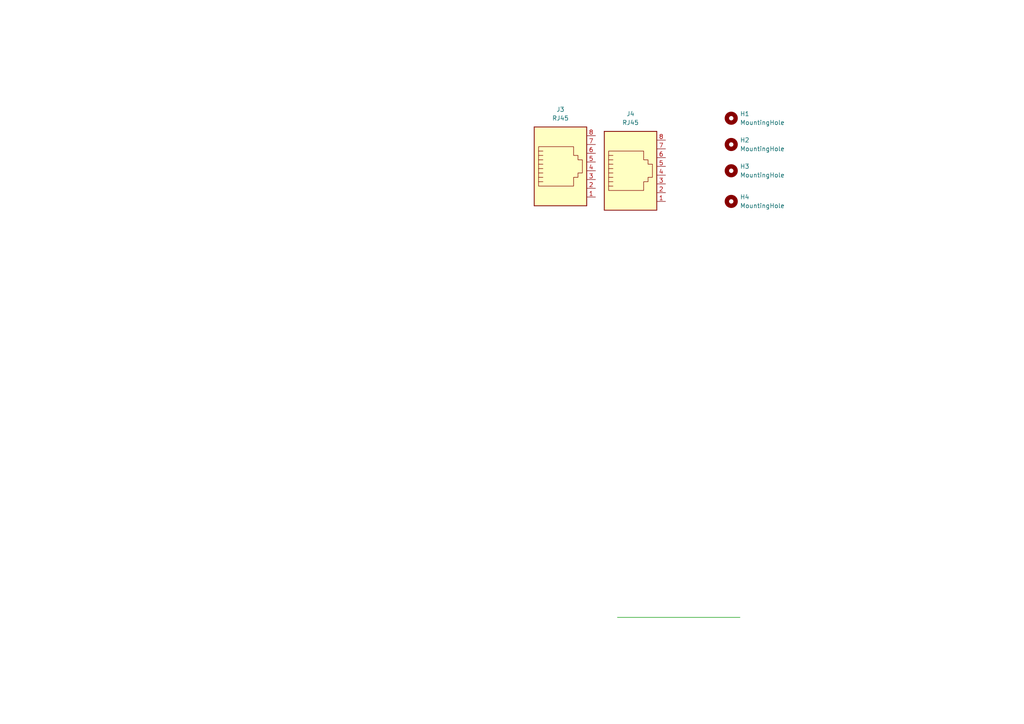
<source format=kicad_sch>
(kicad_sch (version 20230121) (generator eeschema)
  (paper "A4")
  (lib_symbols
    (symbol "Connector:Conn_01x01_Socket" (pin_names (offset 1.016) hide)
      (property "Reference" "J" (at 0 2.54 0))
      (property "Value" "Conn_01x01_Socket" (at 0 -2.54 0))
      (symbol "Conn_01x01_Socket_1_1"
        (polyline (pts (xy -1.27 0) (xy -0.508 0)) (stroke (width 0.1524)))
        (arc (start 0 0.508) (mid -0.5058 0) (end 0 -0.508) (stroke (width 0.1524)))
        (pin passive line (at -5.08 0 0) (length 3.81) (name "Pin_1") (number "1"))
      )
    )
    (symbol "Connector:RJ45" (pin_names (offset 1.016))
      (property "Reference" "J" (at -5.08 13.97 0))
      (property "Value" "RJ45" (at 2.54 13.97 0))
      (symbol "RJ45_0_1"
        (polyline (pts (xy -5.08 4.445) (xy -6.35 4.445)))
        (polyline (pts (xy -5.08 5.715) (xy -6.35 5.715)))
        (polyline (pts (xy -6.35 -3.175) (xy -5.08 -3.175) (xy -5.08 -3.175)))
        (polyline (pts (xy -6.35 -1.905) (xy -5.08 -1.905) (xy -5.08 -1.905)))
        (polyline (pts (xy -6.35 -0.635) (xy -5.08 -0.635) (xy -5.08 -0.635)))
        (polyline (pts (xy -6.35 0.635) (xy -5.08 0.635) (xy -5.08 0.635)))
        (polyline (pts (xy -6.35 1.905) (xy -5.08 1.905) (xy -5.08 1.905)))
        (polyline (pts (xy -5.08 3.175) (xy -6.35 3.175) (xy -6.35 3.175)))
        (polyline (pts (xy -6.35 -4.445) (xy -6.35 6.985) (xy 3.81 6.985) (xy 3.81 4.445) (xy 5.08 4.445) (xy 5.08 3.175) (xy 6.35 3.175) (xy 6.35 -0.635) (xy 5.08 -0.635) (xy 5.08 -1.905) (xy 3.81 -1.905) (xy 3.81 -4.445) (xy -6.35 -4.445) (xy -6.35 -4.445)))
        (rectangle (start 7.62 12.7) (end -7.62 -10.16) (stroke (width 0.254)) (fill (type background)))
      )
      (symbol "RJ45_1_1"
        (pin passive line (at 10.16 -7.62 180) (length 2.54) (name "~") (number "1"))
        (pin passive line (at 10.16 -5.08 180) (length 2.54) (name "~") (number "2"))
        (pin passive line (at 10.16 -2.54 180) (length 2.54) (name "~") (number "3"))
        (pin passive line (at 10.16 0 180) (length 2.54) (name "~") (number "4"))
        (pin passive line (at 10.16 2.54 180) (length 2.54) (name "~") (number "5"))
        (pin passive line (at 10.16 5.08 180) (length 2.54) (name "~") (number "6"))
        (pin passive line (at 10.16 7.62 180) (length 2.54) (name "~") (number "7"))
        (pin passive line (at 10.16 10.16 180) (length 2.54) (name "~") (number "8"))
      )
    )
    (symbol "Connector_Generic:Conn_02x03_Counter_Clockwise" (pin_names (offset 1.016) hide)
      (property "Reference" "J" (at 1.27 5.08 0))
      (property "Value" "Conn_02x03_Counter_Clockwise" (at 1.27 -5.08 0))
      (symbol "Conn_02x03_Counter_Clockwise_1_1"
        (rectangle (start -1.27 -2.413) (end 0 -2.667) (stroke (width 0.1524)))
        (rectangle (start -1.27 0.127) (end 0 -0.127) (stroke (width 0.1524)))
        (rectangle (start -1.27 2.667) (end 0 2.413) (stroke (width 0.1524)))
        (rectangle (start -1.27 3.81) (end 3.81 -3.81) (stroke (width 0.254)) (fill (type background)))
        (rectangle (start 3.81 -2.413) (end 2.54 -2.667) (stroke (width 0.1524)))
        (rectangle (start 3.81 0.127) (end 2.54 -0.127) (stroke (width 0.1524)))
        (rectangle (start 3.81 2.667) (end 2.54 2.413) (stroke (width 0.1524)))
        (pin passive line (at -5.08 2.54 0) (length 3.81) (name "Pin_1") (number "1"))
        (pin passive line (at -5.08 0 0) (length 3.81) (name "Pin_2") (number "2"))
        (pin passive line (at -5.08 -2.54 0) (length 3.81) (name "Pin_3") (number "3"))
        (pin passive line (at 7.62 -2.54 180) (length 3.81) (name "Pin_4") (number "4"))
        (pin passive line (at 7.62 0 180) (length 3.81) (name "Pin_5") (number "5"))
        (pin passive line (at 7.62 2.54 180) (length 3.81) (name "Pin_6") (number "6"))
      )
    )
    (symbol "Device:LED" (pin_numbers hide) (pin_names (offset 1.016) hide)
      (property "Reference" "D" (at 0 2.54 0))
      (property "Value" "LED" (at 0 -2.54 0))
      (symbol "LED_0_1"
        (polyline (pts (xy -1.27 -1.27) (xy -1.27 1.27)) (stroke (width 0.254)))
        (polyline (pts (xy -1.27 0) (xy 1.27 0)))
        (polyline (pts (xy 1.27 -1.27) (xy 1.27 1.27) (xy -1.27 0) (xy 1.27 -1.27)) (stroke (width 0.254)))
        (polyline (pts (xy -3.048 -0.762) (xy -4.572 -2.286) (xy -3.81 -2.286) (xy -4.572 -2.286) (xy -4.572 -1.524)))
        (polyline (pts (xy -1.778 -0.762) (xy -3.302 -2.286) (xy -2.54 -2.286) (xy -3.302 -2.286) (xy -3.302 -1.524)))
      )
      (symbol "LED_1_1"
        (pin passive line (at -3.81 0 0) (length 2.54) (name "K") (number "1"))
        (pin passive line (at 3.81 0 180) (length 2.54) (name "A") (number "2"))
      )
    )
    (symbol "Device:R" (pin_numbers hide) (pin_names (offset 0))
      (property "Reference" "R" (at 2.032 0 90))
      (property "Value" "R" (at 0 0 90))
      (symbol "R_0_1"
        (rectangle (start -1.016 -2.54) (end 1.016 2.54) (stroke (width 0.254)))
      )
      (symbol "R_1_1"
        (pin passive line (at 0 3.81 270) (length 1.27) (name "~") (number "1"))
        (pin passive line (at 0 -3.81 90) (length 1.27) (name "~") (number "2"))
      )
    )
    (symbol "Diode:1N5408" (pin_numbers hide) (pin_names hide)
      (property "Reference" "D" (at 0 2.54 0))
      (property "Value" "1N5408" (at 0 -2.54 0))
      (symbol "1N5408_0_1"
        (polyline (pts (xy -1.27 1.27) (xy -1.27 -1.27)) (stroke (width 0.254)))
        (polyline (pts (xy 1.27 0) (xy -1.27 0)))
        (polyline (pts (xy 1.27 1.27) (xy 1.27 -1.27) (xy -1.27 0) (xy 1.27 1.27)) (stroke (width 0.254)))
      )
      (symbol "1N5408_1_1"
        (pin passive line (at -3.81 0 0) (length 2.54) (name "K") (number "1"))
        (pin passive line (at 3.81 0 180) (length 2.54) (name "A") (number "2"))
      )
    )
    (symbol "Isolator:PC817" (pin_names (offset 1.016))
      (property "Reference" "U" (at -5.08 5.08 0))
      (property "Value" "PC817" (at 0 5.08 0))
      (symbol "PC817_0_1"
        (rectangle (start -5.08 3.81) (end 5.08 -3.81) (stroke (width 0.254)) (fill (type background)))
        (polyline (pts (xy -3.175 -0.635) (xy -1.905 -0.635)) (stroke (width 0.254)))
        (polyline (pts (xy 2.54 0.635) (xy 4.445 2.54)))
        (polyline (pts (xy 4.445 -2.54) (xy 2.54 -0.635)) (fill (type outline)))
        (polyline (pts (xy 4.445 -2.54) (xy 5.08 -2.54)))
        (polyline (pts (xy 4.445 2.54) (xy 5.08 2.54)))
        (polyline (pts (xy -5.08 2.54) (xy -2.54 2.54) (xy -2.54 -0.635)))
        (polyline (pts (xy -2.54 -0.635) (xy -2.54 -2.54) (xy -5.08 -2.54)))
        (polyline (pts (xy 2.54 1.905) (xy 2.54 -1.905) (xy 2.54 -1.905)) (stroke (width 0.508)))
        (polyline (pts (xy -2.54 -0.635) (xy -3.175 0.635) (xy -1.905 0.635) (xy -2.54 -0.635)) (stroke (width 0.254)))
        (polyline (pts (xy -0.508 -0.508) (xy 0.762 -0.508) (xy 0.381 -0.635) (xy 0.381 -0.381) (xy 0.762 -0.508)))
        (polyline (pts (xy -0.508 0.508) (xy 0.762 0.508) (xy 0.381 0.381) (xy 0.381 0.635) (xy 0.762 0.508)))
        (polyline (pts (xy 3.048 -1.651) (xy 3.556 -1.143) (xy 4.064 -2.159) (xy 3.048 -1.651) (xy 3.048 -1.651)) (fill (type outline)))
      )
      (symbol "PC817_1_1"
        (pin passive line (at -7.62 2.54 0) (length 2.54) (name "~") (number "1"))
        (pin passive line (at -7.62 -2.54 0) (length 2.54) (name "~") (number "2"))
        (pin passive line (at 7.62 -2.54 180) (length 2.54) (name "~") (number "3"))
        (pin passive line (at 7.62 2.54 180) (length 2.54) (name "~") (number "4"))
      )
    )
    (symbol "Mechanical:MountingHole" (pin_names (offset 1.016))
      (property "Reference" "H" (at 0 5.08 0))
      (property "Value" "MountingHole" (at 0 3.175 0))
      (symbol "MountingHole_0_1"
        (circle (center 0 0) (radius 1.27) (stroke (width 1.27)))
      )
    )
    (symbol "Reference_Voltage:TL431LP" (pin_numbers hide) (pin_names hide)
      (property "Reference" "U" (at -2.54 2.54 0))
      (property "Value" "TL431LP" (at 0 -2.54 0))
      (symbol "TL431LP_0_1"
        (polyline (pts (xy -1.27 0) (xy 0 0) (xy 1.27 0)))
        (polyline (pts (xy -0.762 0.762) (xy 0.762 0) (xy -0.762 -0.762)) (fill (type outline)))
        (polyline (pts (xy 0.508 -1.016) (xy 0.762 -0.762) (xy 0.762 0.762) (xy 0.762 0.762)) (stroke (width 0.254)))
      )
      (symbol "TL431LP_1_1"
        (pin passive line (at 0 2.54 270) (length 2.54) (name "REF") (number "1"))
        (pin passive line (at -2.54 0 0) (length 2.54) (name "A") (number "2"))
        (pin passive line (at 2.54 0 180) (length 2.54) (name "K") (number "3"))
      )
    )
    (symbol "Transistor_BJT:S8050" (pin_names (offset 0) hide)
      (property "Reference" "Q" (at 5.08 1.905 0))
      (property "Value" "S8050" (at 5.08 0 0))
      (symbol "S8050_0_1"
        (polyline (pts (xy 0 0) (xy 0.635 0)))
        (polyline (pts (xy 0.635 0.635) (xy 2.54 2.54)))
        (polyline (pts (xy 0.635 -0.635) (xy 2.54 -2.54) (xy 2.54 -2.54)))
        (polyline (pts (xy 0.635 1.905) (xy 0.635 -1.905) (xy 0.635 -1.905)) (stroke (width 0.508)))
        (polyline (pts (xy 1.27 -1.778) (xy 1.778 -1.27) (xy 2.286 -2.286) (xy 1.27 -1.778) (xy 1.27 -1.778)) (fill (type outline)))
        (circle (center 1.27 0) (radius 2.8194) (stroke (width 0.254)))
      )
      (symbol "S8050_1_1"
        (pin passive line (at 2.54 -5.08 90) (length 2.54) (name "E") (number "1"))
        (pin input line (at -5.08 0 0) (length 5.08) (name "B") (number "2"))
        (pin passive line (at 2.54 5.08 270) (length 2.54) (name "C") (number "3"))
      )
    )
    (symbol "Transistor_FET:IRF540N" (pin_names hide)
      (property "Reference" "Q" (at 6.35 1.905 0))
      (property "Value" "IRF540N" (at 6.35 0 0))
      (symbol "IRF540N_0_1"
        (polyline (pts (xy 0.254 0) (xy -2.54 0)))
        (polyline (pts (xy 0.254 1.905) (xy 0.254 -1.905)) (stroke (width 0.254)))
        (polyline (pts (xy 0.762 -1.27) (xy 0.762 -2.286)) (stroke (width 0.254)))
        (polyline (pts (xy 0.762 0.508) (xy 0.762 -0.508)) (stroke (width 0.254)))
        (polyline (pts (xy 0.762 2.286) (xy 0.762 1.27)) (stroke (width 0.254)))
        (polyline (pts (xy 2.54 2.54) (xy 2.54 1.778)))
        (polyline (pts (xy 2.54 -2.54) (xy 2.54 0) (xy 0.762 0)))
        (polyline (pts (xy 0.762 -1.778) (xy 3.302 -1.778) (xy 3.302 1.778) (xy 0.762 1.778)))
        (polyline (pts (xy 1.016 0) (xy 2.032 0.381) (xy 2.032 -0.381) (xy 1.016 0)) (fill (type outline)))
        (polyline (pts (xy 2.794 0.508) (xy 2.921 0.381) (xy 3.683 0.381) (xy 3.81 0.254)))
        (polyline (pts (xy 3.302 0.381) (xy 2.921 -0.254) (xy 3.683 -0.254) (xy 3.302 0.381)))
        (circle (center 1.651 0) (radius 2.794) (stroke (width 0.254)))
        (circle (center 2.54 -1.778) (radius 0.254) (fill (type outline)))
        (circle (center 2.54 1.778) (radius 0.254) (fill (type outline)))
      )
      (symbol "IRF540N_1_1"
        (pin input line (at -5.08 0 0) (length 2.54) (name "G") (number "1"))
        (pin passive line (at 2.54 5.08 270) (length 2.54) (name "D") (number "2"))
        (pin passive line (at 2.54 -5.08 90) (length 2.54) (name "S") (number "3"))
      )
    )
    (symbol "Transistor_FET:IRF9540N" (pin_names hide)
      (property "Reference" "Q" (at 5.08 1.905 0))
      (property "Value" "IRF9540N" (at 5.08 0 0))
      (symbol "IRF9540N_0_1"
        (polyline (pts (xy 0.254 0) (xy -2.54 0)))
        (polyline (pts (xy 0.254 1.905) (xy 0.254 -1.905)) (stroke (width 0.254)))
        (polyline (pts (xy 0.762 -1.27) (xy 0.762 -2.286)) (stroke (width 0.254)))
        (polyline (pts (xy 0.762 0.508) (xy 0.762 -0.508)) (stroke (width 0.254)))
        (polyline (pts (xy 0.762 2.286) (xy 0.762 1.27)) (stroke (width 0.254)))
        (polyline (pts (xy 2.54 2.54) (xy 2.54 1.778)))
        (polyline (pts (xy 2.54 -2.54) (xy 2.54 0) (xy 0.762 0)))
        (polyline (pts (xy 0.762 1.778) (xy 3.302 1.778) (xy 3.302 -1.778) (xy 0.762 -1.778)))
        (polyline (pts (xy 2.286 0) (xy 1.27 0.381) (xy 1.27 -0.381) (xy 2.286 0)) (fill (type outline)))
        (polyline (pts (xy 2.794 -0.508) (xy 2.921 -0.381) (xy 3.683 -0.381) (xy 3.81 -0.254)))
        (polyline (pts (xy 3.302 -0.381) (xy 2.921 0.254) (xy 3.683 0.254) (xy 3.302 -0.381)))
        (circle (center 1.651 0) (radius 2.794) (stroke (width 0.254)))
        (circle (center 2.54 -1.778) (radius 0.254) (fill (type outline)))
        (circle (center 2.54 1.778) (radius 0.254) (fill (type outline)))
      )
      (symbol "IRF9540N_1_1"
        (pin input line (at -5.08 0 0) (length 2.54) (name "G") (number "1"))
        (pin passive line (at 2.54 5.08 270) (length 2.54) (name "D") (number "2"))
        (pin passive line (at 2.54 -5.08 90) (length 2.54) (name "S") (number "3"))
      )
    )
  )
  (junction (at 236.22 -90.17))
  (junction (at 80.01 -99.06))
  (junction (at -26.67 -95.25))
  (junction (at 6.35 -33.02))
  (junction (at -1.27 -60.96))
  (junction (at -26.67 -105.41))
  (junction (at 259.08 -31.75))
  (junction (at -17.78 -105.41))
  (junction (at 77.47 -26.67))
  (junction (at 30.48 -60.96))
  (junction (at 259.08 -48.26))
  (junction (at -17.78 -33.02))
  (junction (at 274.32 -86.36))
  (junction (at -17.78 -40.64))
  (junction (at 77.47 -36.83))
  (junction (at -26.67 -87.63))
  (junction (at -26.67 -22.86))
  (junction (at 58.42 -97.79))
  (junction (at 66.04 -36.83))
  (junction (at 6.35 -87.63))
  (junction (at -26.67 -30.48))
  (junction (at -17.78 -97.79))
  (junction (at -26.67 -40.64))
  (junction (at -17.78 -22.86))
  (junction (at 71.12 -26.67))
  (junction (at 69.85 -44.45))
  (junction (at 6.35 -97.79))
  (junction (at 256.54 -71.12))
  (junction (at 69.85 -106.68))
  (junction (at -17.78 -87.63))
  (junction (at 243.84 -71.12))
  (junction (at 255.27 -13.97))
  (junction (at 96.52 -36.83))
  (junction (at 264.16 -93.98))
  (junction (at 69.85 -74.93))
  (wire (pts (xy 6.35 -86.36) (xy 6.35 -87.63)))
  (wire (pts (xy -26.67 -87.63) (xy -17.78 -87.63)))
  (wire (pts (xy 255.27 -24.13) (xy 255.27 -13.97)))
  (wire (pts (xy 66.04 -24.13) (xy 48.26 -24.13)))
  (wire (pts (xy 256.54 -71.12) (xy 260.35 -71.12)))
  (wire (pts (xy 96.52 -36.83) (xy 106.68 -36.83)))
  (wire (pts (xy 106.68 -35.56) (xy 121.92 -35.56)))
  (wire (pts (xy 34.29 -71.12) (xy 34.29 -81.28)))
  (wire (pts (xy 55.88 -36.83) (xy 66.04 -36.83)))
  (wire (pts (xy 80.01 -74.93) (xy 69.85 -74.93)))
  (wire (pts (xy 71.12 -26.67) (xy 77.47 -26.67)))
  (wire (pts (xy -29.21 -22.86) (xy -26.67 -22.86)))
  (wire (pts (xy 232.41 -101.6) (xy 236.22 -101.6)))
  (wire (pts (xy 66.04 -31.75) (xy 69.85 -31.75)))
  (wire (pts (xy 26.67 -86.36) (xy 26.67 -81.28)))
  (wire (pts (xy 238.76 -92.71) (xy 238.76 -90.17)))
  (wire (pts (xy 271.78 -38.1) (xy 271.78 -36.83)))
  (wire (pts (xy 6.35 -33.02) (xy 21.59 -33.02)))
  (wire (pts (xy 236.22 -90.17) (xy 236.22 -87.63)))
  (polyline (pts (xy 48.26 -72.39) (xy 87.63 -72.39)))
  (wire (pts (xy 241.3 -87.63) (xy 241.3 -82.55)))
  (wire (pts (xy 55.88 -26.67) (xy 71.12 -26.67)))
  (wire (pts (xy 69.85 -71.12) (xy 34.29 -71.12)))
  (wire (pts (xy 58.42 -97.79) (xy 72.39 -97.79)))
  (wire (pts (xy -17.78 -22.86) (xy 6.35 -22.86)))
  (wire (pts (xy 278.13 -38.1) (xy 271.78 -38.1)))
  (wire (pts (xy 240.03 -106.68) (xy 274.32 -106.68)))
  (wire (pts (xy 234.95 -87.63) (xy 236.22 -87.63)))
  (wire (pts (xy 271.78 -13.97) (xy 271.78 -26.67)))
  (wire (pts (xy 69.85 -74.93) (xy 69.85 -71.12)))
  (wire (pts (xy 96.52 -99.06) (xy 96.52 -91.44)))
  (wire (pts (xy -17.78 -27.94) (xy -17.78 -22.86)))
  (wire (pts (xy 80.01 -99.06) (xy 96.52 -99.06)))
  (wire (pts (xy 69.85 -74.93) (xy 58.42 -74.93)))
  (wire (pts (xy 259.08 -31.75) (xy 264.16 -31.75)))
  (wire (pts (xy 69.85 -44.45) (xy 96.52 -44.45)))
  (wire (pts (xy 30.48 -86.36) (xy 50.8 -86.36)))
  (wire (pts (xy 238.76 -90.17) (xy 236.22 -90.17)))
  (wire (pts (xy -1.27 -60.96) (xy 30.48 -60.96)))
  (wire (pts (xy -17.78 -97.79) (xy -8.89 -97.79)))
  (wire (pts (xy 96.52 -26.67) (xy 77.47 -26.67)))
  (wire (pts (xy 237.49 -13.97) (xy 255.27 -13.97)))
  (wire (pts (xy 69.85 -111.76) (xy 69.85 -106.68)))
  (wire (pts (xy 259.08 -31.75) (xy 259.08 -29.21)))
  (wire (pts (xy -17.78 -33.02) (xy -8.89 -33.02)))
  (wire (pts (xy 71.12 -26.67) (xy 71.12 -17.78)))
  (wire (pts (xy -17.78 -105.41) (xy 6.35 -105.41)))
  (wire (pts (xy -26.67 -30.48) (xy -20.32 -30.48)))
  (wire (pts (xy 58.42 -87.63) (xy 58.42 -85.09)))
  (wire (pts (xy 307.34 -64.77) (xy 309.88 -64.77)))
  (wire (pts (xy 267.97 -71.12) (xy 280.67 -71.12)))
  (wire (pts (xy 236.22 -101.6) (xy 236.22 -97.79)))
  (wire (pts (xy 237.49 -48.26) (xy 259.08 -48.26)))
  (wire (pts (xy -2.54 -60.96) (xy -1.27 -60.96)))
  (wire (pts (xy 48.26 -24.13) (xy 48.26 -29.21)))
  (wire (pts (xy 259.08 -48.26) (xy 259.08 -39.37)))
  (wire (pts (xy -29.21 -40.64) (xy -26.67 -40.64)))
  (wire (pts (xy 266.7 -48.26) (xy 278.13 -48.26)))
  (wire (pts (xy 48.26 -31.75) (xy 48.26 -44.45)))
  (wire (pts (xy 264.16 -93.98) (xy 256.54 -93.98)))
  (wire (pts (xy 106.68 -36.83) (xy 106.68 -35.56)))
  (wire (pts (xy -17.78 -22.86) (xy -26.67 -22.86)))
  (wire (pts (xy 21.59 -29.21) (xy 48.26 -29.21)))
  (wire (pts (xy 96.52 -91.44) (xy 128.27 -91.44)))
  (wire (pts (xy -17.78 -40.64) (xy 6.35 -40.64)))
  (wire (pts (xy 58.42 -106.68) (xy 69.85 -106.68)))
  (wire (pts (xy 241.3 -92.71) (xy 238.76 -92.71)))
  (wire (pts (xy 30.48 -60.96) (xy 30.48 -86.36)))
  (wire (pts (xy 256.54 -93.98) (xy 256.54 -92.71)))
  (wire (pts (xy 274.32 -86.36) (xy 280.67 -86.36)))
  (wire (pts (xy -8.89 -97.79) (xy -8.89 -92.71)))
  (wire (pts (xy -26.67 -38.1) (xy -26.67 -40.64)))
  (wire (pts (xy 72.39 -97.79) (xy 72.39 -92.71)))
  (wire (pts (xy 264.16 -86.36) (xy 274.32 -86.36)))
  (wire (pts (xy 77.47 -36.83) (xy 88.9 -36.83)))
  (wire (pts (xy 259.08 -29.21) (xy 255.27 -29.21)))
  (wire (pts (xy 66.04 -36.83) (xy 77.47 -36.83)))
  (wire (pts (xy -26.67 -105.41) (xy -17.78 -105.41)))
  (wire (pts (xy -17.78 -92.71) (xy -17.78 -87.63)))
  (wire (pts (xy 58.42 -99.06) (xy 58.42 -97.79)))
  (wire (pts (xy 50.8 -80.01) (xy 50.8 -86.36)))
  (polyline (pts (xy 87.63 -110.49) (xy 48.26 -110.49)))
  (wire (pts (xy -17.78 -87.63) (xy 6.35 -87.63)))
  (wire (pts (xy 243.84 -71.12) (xy 256.54 -71.12)))
  (polyline (pts (xy 48.26 -110.49) (xy 48.26 -72.39)))
  (wire (pts (xy -26.67 -95.25) (xy -20.32 -95.25)))
  (wire (pts (xy 30.48 -44.45) (xy 48.26 -44.45)))
  (wire (pts (xy -29.21 -105.41) (xy -26.67 -105.41)))
  (wire (pts (xy 266.7 -93.98) (xy 264.16 -93.98)))
  (wire (pts (xy -29.21 -87.63) (xy -26.67 -87.63)))
  (wire (pts (xy 21.59 -33.02) (xy 21.59 -29.21)))
  (wire (pts (xy 80.01 -87.63) (xy 80.01 -74.93)))
  (wire (pts (xy 30.48 -60.96) (xy 30.48 -44.45)))
  (wire (pts (xy 274.32 -88.9) (xy 274.32 -86.36)))
  (wire (pts (xy 69.85 -54.61) (xy 69.85 -44.45)))
  (wire (pts (xy 80.01 -99.06) (xy 80.01 -97.79)))
  (wire (pts (xy 256.54 -87.63) (xy 256.54 -71.12)))
  (wire (pts (xy -8.89 -33.02) (xy -8.89 -27.94)))
  (wire (pts (xy 69.85 -106.68) (xy 80.01 -106.68)))
  (wire (pts (xy -26.67 -102.87) (xy -26.67 -105.41)))
  (wire (pts (xy 240.03 -71.12) (xy 243.84 -71.12)))
  (wire (pts (xy 50.8 -92.71) (xy 50.8 -97.79)))
  (wire (pts (xy 274.32 -106.68) (xy 274.32 -99.06)))
  (wire (pts (xy 66.04 -44.45) (xy 69.85 -44.45)))
  (wire (pts (xy 6.35 -86.36) (xy 26.67 -86.36)))
  (wire (pts (xy 88.9 -36.83) (xy 88.9 -31.75)))
  (wire (pts (xy 6.35 -97.79) (xy 50.8 -97.79)))
  (wire (pts (xy 255.27 -13.97) (xy 271.78 -13.97)))
  (wire (pts (xy -26.67 -40.64) (xy -17.78 -40.64)))
  (wire (pts (xy 179.07 179.07) (xy 214.63 179.07)))
  (wire (pts (xy 307.34 -52.07) (xy 309.88 -52.07)))
  (arc (start 87.63 -110.49) (mid 106.0073 -91.44) (end 87.63 -72.39))
  (rectangle (start -39.37 -107.95) (end 16.51 -85.09))
  (arc (start 39.37 -52.07) (mid 78.5361 -51.5354) (end 114.3 -35.56))
  (rectangle (start 165.1 -110.49) (end 325.12 -7.62))
  (rectangle (start 213.36 -55.88) (end 288.29 -11.43))
  (rectangle (start 208.28 -109.22) (end 293.37 -67.31))
  (rectangle (start -52.07 -119.38) (end 147.32 -8.89))
  (arc (start 114.3 -35.466) (mid 78.5362 -19.4902) (end 39.37 -18.956))
  (rectangle (start -39.37 -44.45) (end 16.51 -20.32))
  (rectangle (start -39.37 -76.2) (end 16.51 -53.34))
  (arc (start 39.37 -52.07) (mid 46.2087 -35.56) (end 39.37 -19.05))
  (text "Src" (at 267.97 -25.4 0) (effects (font (size 1.27 1.27)) (justify left bottom)))
  (text "!(V_in_out)\n" (at -40.64 -59.69 90) (effects (font (size 1.27 1.27)) (justify left bottom)))
  (text "!(V_bat < V_max_bat)" (at -40.64 -22.86 90) (effects (font (size 1.27 1.27)) (justify left bottom)))
  (text "Control Circuit\n" (at -50.8 -120.65 0) (effects (font (size 5 5)) (justify left bottom)))
  (text "Power Circuit" (at 167.64 -110.49 0) (effects (font (size 5 5)) (justify left bottom)))
  (text "Drain\n" (at 273.05 -38.1 0) (effects (font (size 1.27 1.27)) (justify left bottom)))
  (text "!(V_bat < V_min_bat)" (at -40.64 -86.36 90) (effects (font (size 1.27 1.27)) (justify left bottom)))
  (text "Src" (at 274.32 -88.9 0) (effects (font (size 1.27 1.27)) (justify left bottom)))
  (text "Drain\n" (at 274.32 -99.06 0) (effects (font (size 1.27 1.27)) (justify left bottom)))
  (text "Discharging" (at 212.09 -95.25 0) (effects (font (size 2 2)) (justify left bottom)))
  (text "Charging" (at 218.44 -39.37 0) (effects (font (size 2 2)) (justify left bottom)))
  (global_label "BAT+" (shape input) (at 307.34 -64.77 180) (property "Intersheetrefs" "${INTERSHEET_REFS}" (effects hide)))
  (global_label "BAT-" (shape input) (at 241.3 -82.55 180) (property "Intersheetrefs" "${INTERSHEET_REFS}" (effects hide)))
  (global_label "BAT-" (shape input) (at 280.67 -71.12 0) (property "Intersheetrefs" "${INTERSHEET_REFS}" (effects hide)))
  (global_label "BAT-" (shape input) (at -29.21 -87.63 180) (property "Intersheetrefs" "${INTERSHEET_REFS}" (effects hide)))
  (global_label "BAT-" (shape input) (at 278.13 -38.1 0) (property "Intersheetrefs" "${INTERSHEET_REFS}" (effects hide)))
  (global_label "BAT+" (shape input) (at 278.13 -48.26 0) (property "Intersheetrefs" "${INTERSHEET_REFS}" (effects hide)))
  (global_label "BAT+" (shape input) (at 232.41 -101.6 180) (property "Intersheetrefs" "${INTERSHEET_REFS}" (effects hide)))
  (global_label "IN_OUT+" (shape input) (at -25.4 -60.96 180) (property "Intersheetrefs" "${INTERSHEET_REFS}" (effects hide)))
  (global_label "PMOS_CONTROL" (shape input) (at 227.33 -87.63 180) (property "Intersheetrefs" "${INTERSHEET_REFS}" (effects hide)))
  (global_label "BAT+" (shape input) (at 156.21 -33.02 270) (property "Intersheetrefs" "${INTERSHEET_REFS}" (effects hide)))
  (global_label "BAT-" (shape input) (at 71.12 -17.78 270) (property "Intersheetrefs" "${INTERSHEET_REFS}" (effects hide)))
  (global_label "BAT+" (shape input) (at 280.67 -86.36 0) (property "Intersheetrefs" "${INTERSHEET_REFS}" (effects hide)))
  (global_label "BAT+" (shape input) (at -29.21 -105.41 180) (property "Intersheetrefs" "${INTERSHEET_REFS}" (effects hide)))
  (global_label "IN_OUT+" (shape input) (at 237.49 -48.26 180) (property "Intersheetrefs" "${INTERSHEET_REFS}" (effects hide)))
  (global_label "IN_OUT-" (shape input) (at -17.78 -55.88 180) (property "Intersheetrefs" "${INTERSHEET_REFS}" (effects hide)))
  (global_label "BAT+" (shape input) (at 156.21 -40.64 90) (property "Intersheetrefs" "${INTERSHEET_REFS}" (effects hide)))
  (global_label "IN_OUT-" (shape input) (at 187.96 -57.15 0) (property "Intersheetrefs" "${INTERSHEET_REFS}" (effects hide)))
  (global_label "IN_OUT+" (shape input) (at 187.96 -59.69 0) (property "Intersheetrefs" "${INTERSHEET_REFS}" (effects hide)))
  (global_label "not NMOS_CONTROL" (shape input) (at 121.92 -35.56 0) (property "Intersheetrefs" "${INTERSHEET_REFS}" (effects hide)))
  (global_label "BAT+" (shape input) (at -1.27 -68.58 90) (property "Intersheetrefs" "${INTERSHEET_REFS}" (effects hide)))
  (global_label "IN_OUT-" (shape input) (at 237.49 -13.97 180) (property "Intersheetrefs" "${INTERSHEET_REFS}" (effects hide)))
  (global_label "BAT+" (shape input) (at -29.21 -40.64 180) (property "Intersheetrefs" "${INTERSHEET_REFS}" (effects hide)))
  (global_label "IN_OUT-" (shape input) (at 243.84 -63.5 0) (property "Intersheetrefs" "${INTERSHEET_REFS}" (effects hide)))
  (global_label "IN_OUT-" (shape input) (at 240.03 -71.12 180) (property "Intersheetrefs" "${INTERSHEET_REFS}" (effects hide)))
  (global_label "BAT+" (shape input) (at 69.85 -111.76 90) (property "Intersheetrefs" "${INTERSHEET_REFS}" (effects hide)))
  (global_label "IN_OUT+" (shape input) (at 240.03 -106.68 180) (property "Intersheetrefs" "${INTERSHEET_REFS}" (effects hide)))
  (global_label "PMOS_CONTROL" (shape input) (at 128.27 -91.44 0) (property "Intersheetrefs" "${INTERSHEET_REFS}" (effects hide)))
  (global_label "BAT-" (shape input) (at -2.54 -55.88 0) (property "Intersheetrefs" "${INTERSHEET_REFS}" (effects hide)))
  (global_label "BAT-" (shape input) (at 240.03 -24.13 180) (property "Intersheetrefs" "${INTERSHEET_REFS}" (effects hide)))
  (global_label "BAT-" (shape input) (at 69.85 -71.12 270) (property "Intersheetrefs" "${INTERSHEET_REFS}" (effects hide)))
  (global_label "not NMOS_CONTROL" (shape input) (at 232.41 -29.21 180) (property "Intersheetrefs" "${INTERSHEET_REFS}" (effects hide)))
  (global_label "BAT-" (shape input) (at 307.34 -52.07 180) (property "Intersheetrefs" "${INTERSHEET_REFS}" (effects hide)))
  (global_label "BAT-" (shape input) (at -29.21 -22.86 180) (property "Intersheetrefs" "${INTERSHEET_REFS}" (effects hide)))
  (global_label "BAT+" (shape input) (at 69.85 -54.61 90) (property "Intersheetrefs" "${INTERSHEET_REFS}" (effects hide)))
  (symbol (lib_id "Device:R") (at -26.67 -34.29 0) (unit 1)
    (property "Reference" "R3" (at -24.13 -35.56 0) (effects (justify left)))
    (property "Value" "R" (at -24.13 -33.02 0) (effects (justify left)))
    (property "Footprint" "Resistor_THT:R_Axial_DIN0207_L6.3mm_D2.5mm_P7.62mm_Horizontal" (effects hide))
  )
  (symbol (lib_id "Device:R") (at 231.14 -87.63 270) (unit 1)
    (property "Reference" "R17" (at 229.87 -83.82 0) (effects (justify right)))
    (property "Value" "R" (at 232.41 -83.82 0) (effects (justify right)))
    (property "Footprint" "Resistor_THT:R_Axial_DIN0207_L6.3mm_D2.5mm_P7.62mm_Horizontal" (effects hide))
  )
  (symbol (lib_id "Device:R") (at 66.04 -40.64 180) (unit 1)
    (property "Reference" "R14" (at 68.58 -41.91 0) (effects (justify right)))
    (property "Value" "R" (at 68.58 -39.37 0) (effects (justify right)))
    (property "Footprint" "Resistor_THT:R_Axial_DIN0207_L6.3mm_D2.5mm_P7.62mm_Horizontal" (effects hide))
  )
  (symbol (lib_id "Device:R") (at 156.21 -36.83 0) (unit 1)
    (property "Reference" "Bridge3" (at 153.67 -40.64 90) (effects (justify right)))
    (property "Value" "R" (at 156.21 -39.37 90) (effects (justify right)))
    (property "Footprint" "Resistor_THT:R_Axial_DIN0207_L6.3mm_D2.5mm_P15.24mm_Horizontal" (effects hide))
  )
  (symbol (lib_id "Transistor_BJT:S8050") (at 77.47 -92.71 0) (unit 1)
    (property "Reference" "Q7" (at 82.55 -93.98 0) (effects (justify left)))
    (property "Value" "S8050" (at 82.55 -91.44 0) (effects (justify left)))
    (property "Footprint" "Package_TO_SOT_THT:TO-92_Inline_Wide" (effects hide))
    (property "Datasheet" "http://www.unisonic.com.tw/datasheet/S8050.pdf" (effects hide))
  )
  (symbol (lib_id "Device:LED") (at 307.34 -30.48 0) (unit 1)
    (property "Reference" "D3" (at 305.7525 -35.56 0))
    (property "Value" "YELLOW_LED" (at 305.7525 -33.02 0))
    (property "Footprint" "LED_THT:LED_D3.0mm" (effects hide))
  )
  (symbol (lib_id "Mechanical:MountingHole") (at 212.09 49.53 0) (unit 1)
    (property "Reference" "H3" (at 214.63 48.26 0) (effects (justify left)))
    (property "Value" "MountingHole" (at 214.63 50.8 0) (effects (justify left)))
    (property "Footprint" "MountingHole:MountingHole_5.3mm_M5_DIN965_Pad" (effects hide))
  )
  (symbol (lib_id "Device:R") (at 30.48 -81.28 270) (unit 1)
    (property "Reference" "Bridge1" (at 34.29 -83.82 90) (effects (justify right)))
    (property "Value" "R" (at 33.02 -81.28 90) (effects (justify right)))
    (property "Footprint" "Resistor_THT:R_Axial_DIN0207_L6.3mm_D2.5mm_P5.08mm_Vertical" (effects hide))
  )
  (symbol (lib_id "Connector:RJ45") (at 162.56 49.53 0) (unit 1)
    (property "Reference" "J3" (at 162.56 31.75 0))
    (property "Value" "RJ45" (at 162.56 34.29 0))
  )
  (symbol (lib_id "Device:R") (at 299.72 -30.48 270) (unit 1)
    (property "Reference" "R22" (at 299.72 -24.13 90))
    (property "Value" "R" (at 299.72 -26.67 90))
    (property "Footprint" "Resistor_THT:R_Axial_DIN0207_L6.3mm_D2.5mm_P7.62mm_Horizontal" (effects hide))
  )
  (symbol (lib_id "Mechanical:MountingHole") (at 212.09 34.29 0) (unit 1)
    (property "Reference" "H1" (at 214.63 33.02 0) (effects (justify left)))
    (property "Value" "MountingHole" (at 214.63 35.56 0) (effects (justify left)))
    (property "Footprint" "MountingHole:MountingHole_5.3mm_M5_DIN965_Pad" (effects hide))
  )
  (symbol (lib_id "Device:R") (at 236.22 -29.21 270) (unit 1)
    (property "Reference" "R19" (at 234.95 -25.4 0) (effects (justify right)))
    (property "Value" "R" (at 237.49 -25.4 0) (effects (justify right)))
    (property "Footprint" "Resistor_THT:R_Axial_DIN0207_L6.3mm_D2.5mm_P7.62mm_Horizontal" (effects hide))
  )
  (symbol (lib_id "Device:R") (at 58.42 -102.87 180) (unit 1)
    (property "Reference" "R13" (at 60.96 -104.14 0) (effects (justify right)))
    (property "Value" "R" (at 60.96 -101.6 0) (effects (justify right)))
    (property "Footprint" "Resistor_THT:R_Axial_DIN0207_L6.3mm_D2.5mm_P7.62mm_Horizontal" (effects hide))
  )
  (symbol (lib_id "Device:R") (at -21.59 -60.96 90) (unit 1)
    (property "Reference" "R5" (at -22.86 -63.5 0) (effects (justify left)))
    (property "Value" "R" (at -20.32 -63.5 0) (effects (justify left)))
    (property "Footprint" "Resistor_THT:R_Axial_DIN0207_L6.3mm_D2.5mm_P7.62mm_Horizontal" (effects hide))
  )
  (symbol (lib_id "Transistor_BJT:S8050") (at 53.34 -31.75 0) (unit 1)
    (property "Reference" "Q3" (at 58.42 -33.02 0) (effects (justify left)))
    (property "Value" "S8050" (at 58.42 -30.48 0) (effects (justify left)))
    (property "Footprint" "Package_TO_SOT_THT:TO-92_Inline_Wide" (effects hide))
    (property "Datasheet" "http://www.unisonic.com.tw/datasheet/S8050.pdf" (effects hide))
  )
  (symbol (lib_id "Connector:RJ45") (at 182.88 50.8 0) (unit 1)
    (property "Reference" "J4" (at 182.88 33.02 0))
    (property "Value" "RJ45" (at 182.88 35.56 0))
  )
  (symbol (lib_id "Device:R") (at 6.35 -101.6 180) (unit 1)
    (property "Reference" "R11" (at 8.89 -102.87 0) (effects (justify right)))
    (property "Value" "R" (at 8.89 -100.33 0) (effects (justify right)))
    (property "Footprint" "Resistor_THT:R_Axial_DIN0207_L6.3mm_D2.5mm_P7.62mm_Horizontal" (effects hide))
  )
  (symbol (lib_id "Mechanical:MountingHole") (at 212.09 58.42 0) (unit 1)
    (property "Reference" "H4" (at 214.63 57.15 0) (effects (justify left)))
    (property "Value" "MountingHole" (at 214.63 59.69 0) (effects (justify left)))
    (property "Footprint" "MountingHole:MountingHole_5.3mm_M5_DIN965_Pad" (effects hide))
  )
  (symbol (lib_id "Transistor_BJT:S8050") (at 93.98 -31.75 0) (unit 1)
    (property "Reference" "Q8" (at 99.06 -33.02 0) (effects (justify left)))
    (property "Value" "S8050" (at 99.06 -30.48 0) (effects (justify left)))
    (property "Footprint" "Package_TO_SOT_THT:TO-92_Inline_Wide" (effects hide))
    (property "Datasheet" "http://www.unisonic.com.tw/datasheet/S8050.pdf" (effects hide))
  )
  (symbol (lib_id "Mechanical:MountingHole") (at 212.09 41.91 0) (unit 1)
    (property "Reference" "H2" (at 214.63 40.64 0) (effects (justify left)))
    (property "Value" "MountingHole" (at 214.63 43.18 0) (effects (justify left)))
    (property "Footprint" "MountingHole:MountingHole_5.3mm_M5_DIN965_Pad" (effects hide))
  )
  (symbol (lib_id "Connector:Conn_01x01_Socket") (at 314.96 -52.07 0) (unit 1)
    (property "Reference" "J2" (at 316.23 -52.07 0) (effects (justify left)))
    (property "Value" "Conn_01x01_Socket" (at 302.26 -54.61 0) (effects (justify left)))
    (property "Footprint" "Connector_PinSocket_2.54mm:PinSocket_1x01_P2.54mm_Vertical" (effects hide))
  )
  (symbol (lib_id "Device:R") (at 6.35 -36.83 180) (unit 1)
    (property "Reference" "R12" (at 8.89 -38.1 0) (effects (justify right)))
    (property "Value" "R" (at 8.89 -35.56 0) (effects (justify right)))
    (property "Footprint" "Resistor_THT:R_Axial_DIN0207_L6.3mm_D2.5mm_P7.62mm_Horizontal" (effects hide))
  )
  (symbol (lib_id "Diode:1N5408") (at 264.16 -71.12 180) (unit 1)
    (property "Reference" "D2" (at 264.16 -77.47 0))
    (property "Value" "1N5408" (at 264.16 -74.93 0))
    (property "Footprint" "Diode_THT:D_DO-201AD_P15.24mm_Horizontal" (effects hide))
    (property "Datasheet" "http://www.vishay.com/docs/88516/1n5400.pdf" (effects hide))
    (property "Sim.Device" "D" (effects hide))
    (property "Sim.Pins" "1=K 2=A" (effects hide))
  )
  (symbol (lib_id "Device:R") (at 259.08 -35.56 180) (unit 1)
    (property "Reference" "R20" (at 255.27 -36.83 0) (effects (justify right)))
    (property "Value" "R" (at 255.27 -34.29 0) (effects (justify right)))
    (property "Footprint" "Resistor_THT:R_Axial_DIN0207_L6.3mm_D2.5mm_P7.62mm_Horizontal" (effects hide))
  )
  (symbol (lib_id "Device:LED") (at 308.61 -101.6 0) (unit 1)
    (property "Reference" "D4" (at 307.0225 -97.79 0))
    (property "Value" "RED_LED" (at 307.0225 -95.25 0))
    (property "Footprint" "LED_THT:LED_D3.0mm" (effects hide))
  )
  (symbol (lib_id "Device:R") (at 236.22 -93.98 180) (unit 1)
    (property "Reference" "R18" (at 232.41 -95.25 0) (effects (justify right)))
    (property "Value" "R" (at 232.41 -92.71 0) (effects (justify right)))
    (property "Footprint" "Resistor_THT:R_Axial_DIN0207_L6.3mm_D2.5mm_P7.62mm_Horizontal" (effects hide))
  )
  (symbol (lib_id "Transistor_BJT:S8050") (at 55.88 -80.01 0) (unit 1)
    (property "Reference" "Q5" (at 60.96 -81.28 0) (effects (justify left)))
    (property "Value" "S8050" (at 60.96 -78.74 0) (effects (justify left)))
    (property "Footprint" "Package_TO_SOT_THT:TO-92_Inline_Wide" (effects hide))
    (property "Datasheet" "http://www.unisonic.com.tw/datasheet/S8050.pdf" (effects hide))
  )
  (symbol (lib_id "Transistor_BJT:S8050") (at 3.81 -92.71 0) (unit 1)
    (property "Reference" "Q1" (at 8.89 -93.98 0) (effects (justify left)))
    (property "Value" "S8050" (at 8.89 -91.44 0) (effects (justify left)))
    (property "Footprint" "Package_TO_SOT_THT:TO-92_Inline_Wide" (effects hide))
    (property "Datasheet" "http://www.unisonic.com.tw/datasheet/S8050.pdf" (effects hide))
  )
  (symbol (lib_id "Transistor_BJT:S8050") (at 55.88 -92.71 0) (unit 1)
    (property "Reference" "Q4" (at 60.96 -93.98 0) (effects (justify left)))
    (property "Value" "S8050" (at 60.96 -91.44 0) (effects (justify left)))
    (property "Footprint" "Package_TO_SOT_THT:TO-92_Inline_Wide" (effects hide))
    (property "Datasheet" "http://www.unisonic.com.tw/datasheet/S8050.pdf" (effects hide))
  )
  (symbol (lib_id "Device:R") (at -5.08 -27.94 90) (unit 1)
    (property "Reference" "R9" (at -5.08 -34.29 90))
    (property "Value" "R" (at -5.08 -31.75 90))
    (property "Footprint" "Resistor_THT:R_Axial_DIN0207_L6.3mm_D2.5mm_P7.62mm_Horizontal" (effects hide))
  )
  (symbol (lib_id "Transistor_BJT:S8050") (at 3.81 -27.94 0) (unit 1)
    (property "Reference" "Q2" (at 8.89 -29.21 0) (effects (justify left)))
    (property "Value" "S8050" (at 8.89 -26.67 0) (effects (justify left)))
    (property "Footprint" "Package_TO_SOT_THT:TO-92_Inline_Wide" (effects hide))
    (property "Datasheet" "http://www.unisonic.com.tw/datasheet/S8050.pdf" (effects hide))
  )
  (symbol (lib_id "Device:R") (at 300.99 -101.6 270) (unit 1)
    (property "Reference" "R23" (at 300.99 -105.41 90))
    (property "Value" "R" (at 300.99 -107.95 90))
    (property "Footprint" "Resistor_THT:R_Axial_DIN0207_L6.3mm_D2.5mm_P7.62mm_Horizontal" (effects hide))
  )
  (symbol (lib_id "Isolator:PC817") (at -10.16 -58.42 0) (unit 1)
    (property "Reference" "U3" (at -10.16 -67.31 0))
    (property "Value" "PC817" (at -10.16 -64.77 0))
    (property "Footprint" "Package_DIP:DIP-4_W7.62mm" (effects hide))
    (property "Datasheet" "http://www.soselectronic.cz/a_info/resource/d/pc817.pdf" (effects hide))
  )
  (symbol (lib_id "Connector:Conn_01x01_Socket") (at 314.96 -64.77 0) (unit 1)
    (property "Reference" "J1" (at 316.23 -64.77 0) (effects (justify left)))
    (property "Value" "Conn_01x01_Socket" (at 302.26 -67.31 0) (effects (justify left)))
    (property "Footprint" "Connector_PinSocket_2.54mm:PinSocket_1x01_P2.54mm_Vertical" (effects hide))
  )
  (symbol (lib_id "Device:R") (at -17.78 -36.83 0) (unit 1)
    (property "Reference" "R7" (at -15.24 -38.1 0) (effects (justify left)))
    (property "Value" "R" (at -15.24 -35.56 0) (effects (justify left)))
    (property "Footprint" "Resistor_THT:R_Axial_DIN0207_L6.3mm_D2.5mm_P7.62mm_Horizontal" (effects hide))
  )
  (symbol (lib_id "Device:R") (at -17.78 -101.6 0) (unit 1)
    (property "Reference" "R6" (at -15.24 -102.87 0) (effects (justify left)))
    (property "Value" "R" (at -15.24 -100.33 0) (effects (justify left)))
    (property "Footprint" "Resistor_THT:R_Axial_DIN0207_L6.3mm_D2.5mm_P7.62mm_Horizontal" (effects hide))
  )
  (symbol (lib_id "Device:R") (at 66.04 -27.94 180) (unit 1)
    (property "Reference" "Bridge2" (at 63.5 -29.21 0) (effects (justify right)))
    (property "Value" "R" (at 66.04 -26.67 0) (effects (justify right)))
    (property "Footprint" "Resistor_THT:R_Axial_DIN0207_L6.3mm_D2.5mm_P5.08mm_Vertical" (effects hide))
  )
  (symbol (lib_id "Device:R") (at -26.67 -99.06 0) (unit 1)
    (property "Reference" "R1" (at -24.13 -100.33 0) (effects (justify left)))
    (property "Value" "R" (at -24.13 -97.79 0) (effects (justify left)))
    (property "Footprint" "Resistor_THT:R_Axial_DIN0207_L6.3mm_D2.5mm_P7.62mm_Horizontal" (effects hide))
  )
  (symbol (lib_id "Device:R") (at 96.52 -40.64 180) (unit 1)
    (property "Reference" "R16" (at 99.06 -41.91 0) (effects (justify right)))
    (property "Value" "R" (at 99.06 -39.37 0) (effects (justify right)))
    (property "Footprint" "Resistor_THT:R_Axial_DIN0207_L6.3mm_D2.5mm_P7.62mm_Horizontal" (effects hide))
  )
  (symbol (lib_id "Device:R") (at 243.84 -67.31 0) (unit 1)
    (property "Reference" "Bridge4" (at 241.3 -71.12 90) (effects (justify right)))
    (property "Value" "R" (at 243.84 -69.85 90) (effects (justify right)))
    (property "Footprint" "Resistor_THT:R_Axial_DIN0207_L6.3mm_D2.5mm_P5.08mm_Vertical" (effects hide))
  )
  (symbol (lib_id "Transistor_BJT:S8050") (at 74.93 -31.75 0) (unit 1)
    (property "Reference" "Q6" (at 80.01 -33.02 0) (effects (justify left)))
    (property "Value" "S8050" (at 80.01 -30.48 0) (effects (justify left)))
    (property "Footprint" "Package_TO_SOT_THT:TO-92_Inline_Wide" (effects hide))
    (property "Datasheet" "http://www.unisonic.com.tw/datasheet/S8050.pdf" (effects hide))
  )
  (symbol (lib_id "Connector_Generic:Conn_02x03_Counter_Clockwise") (at 180.34 -57.15 0) (unit 1)
    (property "Reference" "IN_OUT1" (at 181.61 -66.04 0))
    (property "Value" "Conn_02x03_Counter_Clockwise" (at 181.61 -63.5 0))
    (property "Footprint" "Connector_PinSocket_2.54mm:PinSocket_2x03_P2.54mm_Vertical" (effects hide))
  )
  (symbol (lib_id "Device:R") (at 80.01 -102.87 180) (unit 1)
    (property "Reference" "R15" (at 82.55 -104.14 0) (effects (justify right)))
    (property "Value" "R" (at 82.55 -101.6 0) (effects (justify right)))
    (property "Footprint" "Resistor_THT:R_Axial_DIN0207_L6.3mm_D2.5mm_P7.62mm_Horizontal" (effects hide))
  )
  (symbol (lib_id "Device:R") (at -1.27 -64.77 0) (unit 1)
    (property "Reference" "R10" (at 1.27 -66.04 0) (effects (justify left)))
    (property "Value" "R" (at 1.27 -63.5 0) (effects (justify left)))
    (property "Footprint" "Resistor_THT:R_Axial_DIN0207_L6.3mm_D2.5mm_P7.62mm_Horizontal" (effects hide))
  )
  (symbol (lib_id "Isolator:PC817") (at 247.65 -26.67 0) (unit 1)
    (property "Reference" "U4" (at 247.65 -35.56 0))
    (property "Value" "PC817" (at 247.65 -33.02 0))
    (property "Footprint" "Package_DIP:DIP-4_W7.62mm" (effects hide))
    (property "Datasheet" "http://www.soselectronic.cz/a_info/resource/d/pc817.pdf" (effects hide))
  )
  (symbol (lib_id "Reference_Voltage:TL431LP") (at -17.78 -30.48 90) (unit 1)
    (property "Reference" "U2" (at -19.05 -26.67 90) (effects (justify right)))
    (property "Value" "TL431LP" (at -20.32 -27.94 90) (effects (justify right)))
    (property "Footprint" "Package_TO_SOT_THT:TO-92_Inline_Wide" (effects hide))
    (property "Datasheet" "http://www.ti.com/lit/ds/symlink/tl431.pdf" (effects hide))
  )
  (symbol (lib_id "Transistor_FET:IRF540N") (at 269.24 -31.75 0) (unit 1)
    (property "Reference" "Q9" (at 275.59 -33.02 0) (effects (justify left)))
    (property "Value" "IRF540N" (at 275.59 -30.48 0) (effects (justify left)))
    (property "Footprint" "Package_TO_SOT_THT:TO-220-3_Vertical" (effects hide))
    (property "Datasheet" "http://www.irf.com/product-info/datasheets/data/irf540n.pdf" (effects hide))
  )
  (symbol (lib_id "Device:R") (at -26.67 -91.44 0) (unit 1)
    (property "Reference" "R2" (at -24.13 -92.71 0) (effects (justify left)))
    (property "Value" "R" (at -24.13 -90.17 0) (effects (justify left)))
    (property "Footprint" "Resistor_THT:R_Axial_DIN0207_L6.3mm_D2.5mm_P7.62mm_Horizontal" (effects hide))
  )
  (symbol (lib_id "Isolator:PC817") (at 248.92 -90.17 0) (unit 1)
    (property "Reference" "U5" (at 248.92 -99.06 0))
    (property "Value" "PC817" (at 248.92 -96.52 0))
    (property "Footprint" "Package_DIP:DIP-4_W7.62mm" (effects hide))
    (property "Datasheet" "http://www.soselectronic.cz/a_info/resource/d/pc817.pdf" (effects hide))
  )
  (symbol (lib_id "Device:R") (at -5.08 -92.71 90) (unit 1)
    (property "Reference" "R8" (at -5.08 -99.06 90))
    (property "Value" "R" (at -5.08 -96.52 90))
    (property "Footprint" "Resistor_THT:R_Axial_DIN0207_L6.3mm_D2.5mm_P7.62mm_Horizontal" (effects hide))
  )
  (symbol (lib_id "Reference_Voltage:TL431LP") (at -17.78 -95.25 90) (unit 1)
    (property "Reference" "U1" (at -19.05 -91.44 90) (effects (justify right)))
    (property "Value" "TL431LP" (at -20.32 -92.71 90) (effects (justify right)))
    (property "Footprint" "Package_TO_SOT_THT:TO-92_Inline_Wide" (effects hide))
    (property "Datasheet" "http://www.ti.com/lit/ds/symlink/tl431.pdf" (effects hide))
  )
  (symbol (lib_id "Device:R") (at -26.67 -26.67 0) (unit 1)
    (property "Reference" "R4" (at -24.13 -27.94 0) (effects (justify left)))
    (property "Value" "R" (at -24.13 -25.4 0) (effects (justify left)))
    (property "Footprint" "Resistor_THT:R_Axial_DIN0207_L6.3mm_D2.5mm_P7.62mm_Horizontal" (effects hide))
  )
  (symbol (lib_id "Diode:1N5408") (at 262.89 -48.26 180) (unit 1)
    (property "Reference" "D1" (at 262.89 -54.61 0))
    (property "Value" "1N5408" (at 262.89 -52.07 0))
    (property "Footprint" "Diode_THT:D_DO-201AD_P15.24mm_Horizontal" (effects hide))
    (property "Datasheet" "http://www.vishay.com/docs/88516/1n5400.pdf" (effects hide))
    (property "Sim.Device" "D" (effects hide))
    (property "Sim.Pins" "1=K 2=A" (effects hide))
  )
  (symbol (lib_id "Transistor_FET:IRF9540N") (at 271.78 -93.98 0) (mirror x) (unit 1)
    (property "Reference" "Q10" (at 278.13 -92.71 0) (effects (justify left)))
    (property "Value" "IRF9540N" (at 278.13 -95.25 0) (effects (justify left)))
    (property "Footprint" "Package_TO_SOT_THT:TO-220-3_Vertical" (effects hide))
    (property "Datasheet" "http://www.irf.com/product-info/datasheets/data/irf9540n.pdf" (effects hide))
  )
  (symbol (lib_id "Device:R") (at 264.16 -90.17 180) (unit 1)
    (property "Reference" "R21" (at 260.35 -91.44 0) (effects (justify right)))
    (property "Value" "R" (at 260.35 -88.9 0) (effects (justify right)))
    (property "Footprint" "Resistor_THT:R_Axial_DIN0207_L6.3mm_D2.5mm_P7.62mm_Horizontal" (effects hide))
  )
)
</source>
